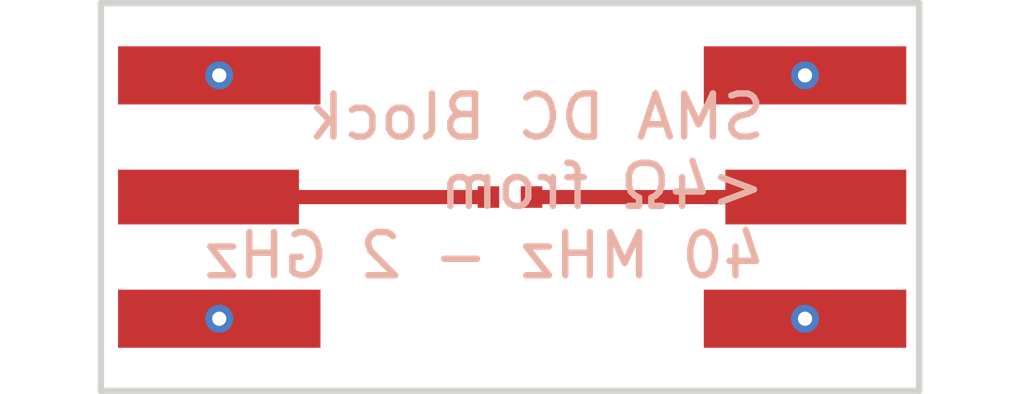
<source format=kicad_pcb>
(kicad_pcb (version 20170123) (host pcbnew "(2017-03-16 revision 996cba7)-master")

  (general
    (links 5)
    (no_connects 0)
    (area 65.5325 30.424999 92.7325 39.575001)
    (thickness 1.6)
    (drawings 5)
    (tracks 13)
    (zones 0)
    (modules 3)
    (nets 4)
  )

  (page A4)
  (layers
    (0 F.Cu signal)
    (1 In1.Cu signal)
    (2 In2.Cu signal)
    (31 B.Cu signal)
    (32 B.Adhes user)
    (33 F.Adhes user)
    (34 B.Paste user)
    (35 F.Paste user)
    (36 B.SilkS user)
    (37 F.SilkS user)
    (38 B.Mask user)
    (39 F.Mask user)
    (40 Dwgs.User user)
    (41 Cmts.User user)
    (42 Eco1.User user)
    (43 Eco2.User user)
    (44 Edge.Cuts user)
    (45 Margin user)
    (46 B.CrtYd user)
    (47 F.CrtYd user)
    (48 B.Fab user)
    (49 F.Fab user)
  )

  (setup
    (last_trace_width 0.328)
    (user_trace_width 0.328)
    (trace_clearance 0.15)
    (zone_clearance 0.508)
    (zone_45_only no)
    (trace_min 0.328)
    (segment_width 0.2)
    (edge_width 0.15)
    (via_size 0.65)
    (via_drill 0.33)
    (via_min_size 0.4)
    (via_min_drill 0.3)
    (user_via 0.65 0.33)
    (uvia_size 0.3)
    (uvia_drill 0.1)
    (uvias_allowed no)
    (uvia_min_size 0.2)
    (uvia_min_drill 0.1)
    (pcb_text_width 0.3)
    (pcb_text_size 1.5 1.5)
    (mod_edge_width 0.15)
    (mod_text_size 1 1)
    (mod_text_width 0.15)
    (pad_size 1.524 1.524)
    (pad_drill 0.762)
    (pad_to_mask_clearance 0.05)
    (aux_axis_origin 0 0)
    (visible_elements FFFEFF7F)
    (pcbplotparams
      (layerselection 0x010f0_ffffffff)
      (usegerberextensions false)
      (excludeedgelayer true)
      (linewidth 0.100000)
      (plotframeref false)
      (viasonmask false)
      (mode 1)
      (useauxorigin false)
      (hpglpennumber 1)
      (hpglpenspeed 20)
      (hpglpendiameter 15)
      (psnegative false)
      (psa4output false)
      (plotreference true)
      (plotvalue true)
      (plotinvisibletext false)
      (padsonsilk false)
      (subtractmaskfromsilk false)
      (outputformat 1)
      (mirror false)
      (drillshape 0)
      (scaleselection 1)
      (outputdirectory output/))
  )

  (net 0 "")
  (net 1 "Net-(C1-Pad1)")
  (net 2 "Net-(C1-Pad2)")
  (net 3 /GND)

  (net_class Default "This is the default net class."
    (clearance 0.15)
    (trace_width 0.328)
    (via_dia 0.65)
    (via_drill 0.33)
    (uvia_dia 0.3)
    (uvia_drill 0.1)
    (diff_pair_gap 0.25)
    (diff_pair_width 0.328)
    (add_net /GND)
    (add_net "Net-(C1-Pad1)")
    (add_net "Net-(C1-Pad2)")
  )

  (module azonenberg_pcb:CONN_SMA_EDGE_SAMTEC_SMA_J_P_H_ST_EM1 (layer F.Cu) (tedit 58F64C5E) (tstamp 58F64C38)
    (at 88.2 35 90)
    (path /58F64C6C)
    (fp_text reference P2 (at 0 3.1 90) (layer F.SilkS) hide
      (effects (font (size 1.5 1.5) (thickness 0.15)))
    )
    (fp_text value SMA (at 0 1.6 90) (layer F.Fab)
      (effects (font (size 1.5 1.5) (thickness 0.15)))
    )
    (pad 2 smd rect (at -2.825 -2.35 90) (size 1.35 4.7) (layers F.Cu F.Paste F.Mask)
      (net 3 /GND))
    (pad 2 smd rect (at 2.825 -2.35 90) (size 1.35 4.7) (layers F.Cu F.Paste F.Mask)
      (net 3 /GND))
    (pad 1 smd rect (at 0 -2.1 90) (size 1.27 4.2) (layers F.Cu F.Paste F.Mask)
      (net 1 "Net-(C1-Pad1)"))
    (model /nfs4/home/azonenberg/kicad-libs/3rdparty/walter/conn_rf/sma_90_r300.124.403.wrl
      (at (xyz 0 -0.03937007874015748 0))
      (scale (xyz 1 1 1))
      (rotate (xyz 0 0 0))
    )
  )

  (module azonenberg_pcb:CONN_SMA_EDGE_SAMTEC_SMA_J_P_H_ST_EM1 (layer F.Cu) (tedit 58F64C60) (tstamp 58F64C25)
    (at 69.9 35 270)
    (path /58F64BAE)
    (fp_text reference P1 (at 0 3.1 270) (layer F.SilkS) hide
      (effects (font (size 1.5 1.5) (thickness 0.15)))
    )
    (fp_text value SMA (at 0 1.6 270) (layer F.Fab)
      (effects (font (size 1.5 1.5) (thickness 0.15)))
    )
    (pad 1 smd rect (at 0 -2.1 270) (size 1.27 4.2) (layers F.Cu F.Paste F.Mask)
      (net 2 "Net-(C1-Pad2)"))
    (pad 2 smd rect (at 2.825 -2.35 270) (size 1.35 4.7) (layers F.Cu F.Paste F.Mask)
      (net 3 /GND))
    (pad 2 smd rect (at -2.825 -2.35 270) (size 1.35 4.7) (layers F.Cu F.Paste F.Mask)
      (net 3 /GND))
    (model /nfs4/home/azonenberg/kicad-libs/3rdparty/walter/conn_rf/sma_90_r300.124.403.wrl
      (at (xyz 0 -0.03937007874015748 0))
      (scale (xyz 1 1 1))
      (rotate (xyz 0 0 0))
    )
  )

  (module azonenberg_pcb:EIA_0402_CAP_NOSILK (layer F.Cu) (tedit 58F64C63) (tstamp 58F64C14)
    (at 79 35 180)
    (path /58F64CC5)
    (fp_text reference C1 (at 0.05 1.4 180) (layer F.SilkS) hide
      (effects (font (size 1 1) (thickness 0.15)))
    )
    (fp_text value CL05B102KB5NCNC (at 0.05 3.1 180) (layer F.SilkS) hide
      (effects (font (size 1 1) (thickness 0.15)))
    )
    (pad 1 smd rect (at -0.5 0 180) (size 0.5 0.5) (layers F.Cu F.Paste F.Mask)
      (net 1 "Net-(C1-Pad1)"))
    (pad 2 smd rect (at 0.5 0 180) (size 0.5 0.5) (layers F.Cu F.Paste F.Mask)
      (net 2 "Net-(C1-Pad2)"))
    (model /nfs4/home/azonenberg/kicad-libs/3rdparty/walter/smd_cap/c_0402.wrl
      (at (xyz 0 0 0))
      (scale (xyz 1 1 1))
      (rotate (xyz 0 0 0))
    )
  )

  (gr_text "SMA DC Block\n<4Ω from\n40 MHz - 2 GHz" (at 85 34.75) (layer B.SilkS)
    (effects (font (size 1 1) (thickness 0.15)) (justify left mirror))
  )
  (gr_line (start 88.5 30.5) (end 69.5 30.5) (layer Edge.Cuts) (width 0.15))
  (gr_line (start 88.5 39.5) (end 88.5 30.5) (layer Edge.Cuts) (width 0.15))
  (gr_line (start 69.5 39.5) (end 88.5 39.5) (layer Edge.Cuts) (width 0.15))
  (gr_line (start 69.5 30.5) (end 69.5 39.5) (layer Edge.Cuts) (width 0.15))

  (segment (start 79.5 35) (end 86.1 35) (width 0.328) (layer F.Cu) (net 1))
  (segment (start 78.5 35) (end 72 35) (width 0.328) (layer F.Cu) (net 2))
  (segment (start 79 32.175) (end 85.85 32.175) (width 0.328) (layer In1.Cu) (net 3))
  (segment (start 74.928 32.175) (end 79 32.175) (width 0.328) (layer In1.Cu) (net 3))
  (segment (start 74.928 37.825) (end 79 37.825) (width 0.328) (layer In1.Cu) (net 3))
  (segment (start 79 37.825) (end 85.85 37.825) (width 0.328) (layer In1.Cu) (net 3))
  (segment (start 79 32.175) (end 79 37.825) (width 0.328) (layer In1.Cu) (net 3))
  (segment (start 72.25 32.175) (end 74.928 32.175) (width 0.328) (layer In1.Cu) (net 3))
  (segment (start 72.25 37.825) (end 74.928 37.825) (width 0.328) (layer In1.Cu) (net 3))
  (via (at 85.85 37.825) (size 0.65) (drill 0.33) (layers F.Cu B.Cu) (net 3))
  (via (at 72.25 37.825) (size 0.65) (drill 0.33) (layers F.Cu B.Cu) (net 3))
  (via (at 72.25 32.175) (size 0.65) (drill 0.33) (layers F.Cu B.Cu) (net 3))
  (via (at 85.85 32.175) (size 0.65) (drill 0.33) (layers F.Cu B.Cu) (net 3))

  (zone (net 3) (net_name /GND) (layer In1.Cu) (tstamp 0) (hatch edge 0.508)
    (connect_pads (clearance 0.15))
    (min_thickness 0.15)
    (fill yes (arc_segments 16) (thermal_gap 0.25) (thermal_bridge_width 0.25))
    (polygon
      (pts
        (xy 70 31) (xy 70 34) (xy 74.25 34) (xy 74.25 36) (xy 70 36)
        (xy 70 39) (xy 88 39) (xy 88 36) (xy 84 36) (xy 84 34)
        (xy 88 34) (xy 88 31)
      )
    )
    (filled_polygon
      (pts
        (xy 87.925 33.925) (xy 84 33.925) (xy 83.971299 33.930709) (xy 83.946967 33.946967) (xy 83.930709 33.971299)
        (xy 83.925 34) (xy 83.925 36) (xy 83.930709 36.028701) (xy 83.946967 36.053033) (xy 83.971299 36.069291)
        (xy 84 36.075) (xy 87.925 36.075) (xy 87.925 38.925) (xy 70.075 38.925) (xy 70.075 36.075)
        (xy 74.25 36.075) (xy 74.278701 36.069291) (xy 74.303033 36.053033) (xy 74.319291 36.028701) (xy 74.325 36)
        (xy 74.325 34) (xy 74.319291 33.971299) (xy 74.303033 33.946967) (xy 74.278701 33.930709) (xy 74.25 33.925)
        (xy 70.075 33.925) (xy 70.075 31.075) (xy 87.925 31.075)
      )
    )
  )
)

</source>
